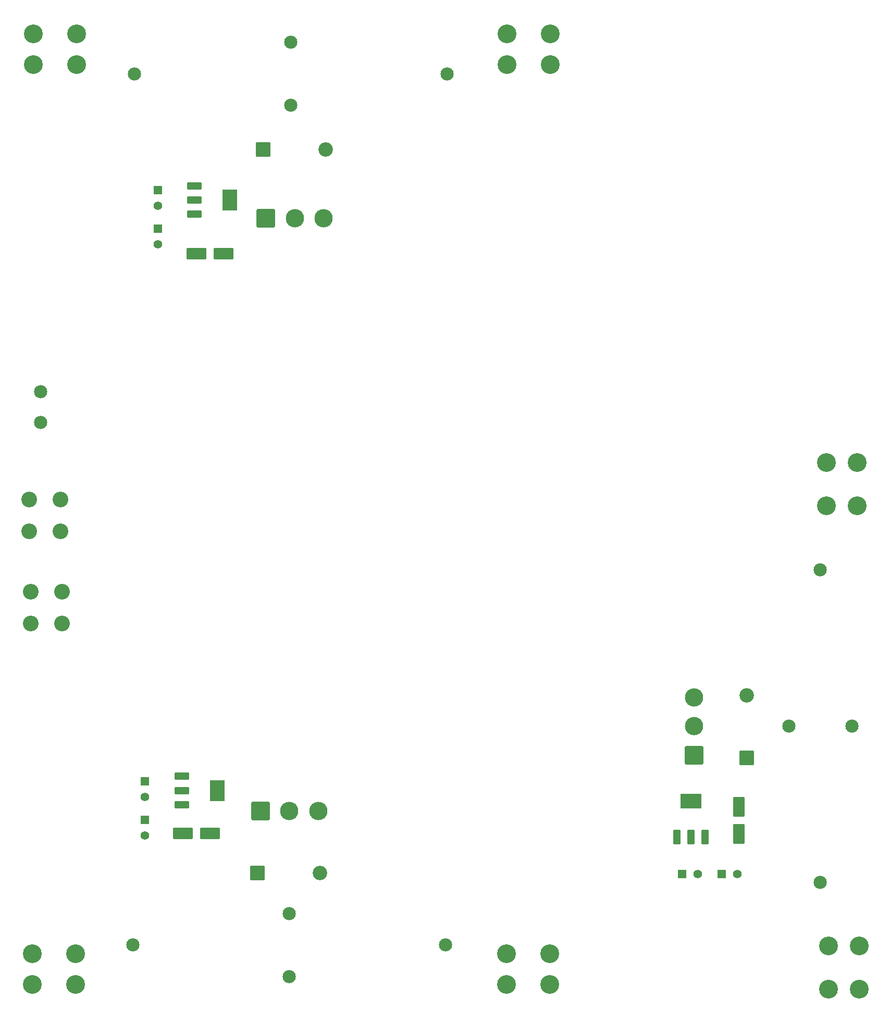
<source format=gbr>
G04 #@! TF.GenerationSoftware,KiCad,Pcbnew,9.0.5*
G04 #@! TF.CreationDate,2025-10-26T17:23:22-04:00*
G04 #@! TF.ProjectId,ReedRelay_Drive,52656564-5265-46c6-9179-5f4472697665,rev?*
G04 #@! TF.SameCoordinates,Original*
G04 #@! TF.FileFunction,Soldermask,Top*
G04 #@! TF.FilePolarity,Negative*
%FSLAX46Y46*%
G04 Gerber Fmt 4.6, Leading zero omitted, Abs format (unit mm)*
G04 Created by KiCad (PCBNEW 9.0.5) date 2025-10-26 17:23:22*
%MOMM*%
%LPD*%
G01*
G04 APERTURE LIST*
G04 Aperture macros list*
%AMRoundRect*
0 Rectangle with rounded corners*
0 $1 Rounding radius*
0 $2 $3 $4 $5 $6 $7 $8 $9 X,Y pos of 4 corners*
0 Add a 4 corners polygon primitive as box body*
4,1,4,$2,$3,$4,$5,$6,$7,$8,$9,$2,$3,0*
0 Add four circle primitives for the rounded corners*
1,1,$1+$1,$2,$3*
1,1,$1+$1,$4,$5*
1,1,$1+$1,$6,$7*
1,1,$1+$1,$8,$9*
0 Add four rect primitives between the rounded corners*
20,1,$1+$1,$2,$3,$4,$5,0*
20,1,$1+$1,$4,$5,$6,$7,0*
20,1,$1+$1,$6,$7,$8,$9,0*
20,1,$1+$1,$8,$9,$2,$3,0*%
G04 Aperture macros list end*
%ADD10RoundRect,0.102000X-1.500000X-0.800000X1.500000X-0.800000X1.500000X0.800000X-1.500000X0.800000X0*%
%ADD11C,2.550000*%
%ADD12C,3.054000*%
%ADD13C,2.150000*%
%ADD14RoundRect,0.102000X-1.387500X-1.387500X1.387500X-1.387500X1.387500X1.387500X-1.387500X1.387500X0*%
%ADD15C,2.979000*%
%ADD16C,1.410000*%
%ADD17RoundRect,0.070000X-0.635000X0.635000X-0.635000X-0.635000X0.635000X-0.635000X0.635000X0.635000X0*%
%ADD18RoundRect,0.070000X1.100000X-1.100000X1.100000X1.100000X-1.100000X1.100000X-1.100000X-1.100000X0*%
%ADD19O,2.340000X2.340000*%
%ADD20RoundRect,0.070000X-1.100000X-1.100000X1.100000X-1.100000X1.100000X1.100000X-1.100000X1.100000X0*%
%ADD21RoundRect,0.102000X1.387500X-1.387500X1.387500X1.387500X-1.387500X1.387500X-1.387500X-1.387500X0*%
%ADD22RoundRect,0.102000X-1.075000X-1.625000X1.075000X-1.625000X1.075000X1.625000X-1.075000X1.625000X0*%
%ADD23RoundRect,0.102000X-1.075000X-0.475000X1.075000X-0.475000X1.075000X0.475000X-1.075000X0.475000X0*%
%ADD24RoundRect,0.102000X0.800000X-1.500000X0.800000X1.500000X-0.800000X1.500000X-0.800000X-1.500000X0*%
%ADD25C,2.154000*%
%ADD26RoundRect,0.102000X1.625000X-1.075000X1.625000X1.075000X-1.625000X1.075000X-1.625000X-1.075000X0*%
%ADD27RoundRect,0.102000X0.475000X-1.075000X0.475000X1.075000X-0.475000X1.075000X-0.475000X-1.075000X0*%
%ADD28RoundRect,0.070000X-0.635000X-0.635000X0.635000X-0.635000X0.635000X0.635000X-0.635000X0.635000X0*%
G04 APERTURE END LIST*
D10*
X58137000Y-61711200D03*
X53737000Y-61711200D03*
D11*
X26499800Y-101727400D03*
X31599800Y-101727400D03*
X26499800Y-106827400D03*
X31599800Y-106827400D03*
D12*
X27190000Y-31000000D03*
X27190000Y-26000000D03*
X34200000Y-26000000D03*
X34200000Y-31000000D03*
X104190000Y-31000000D03*
X104190000Y-26000000D03*
X111200000Y-26000000D03*
X111200000Y-31000000D03*
D13*
X69045000Y-37600000D03*
X69045000Y-27400000D03*
X94445000Y-32500000D03*
X43645000Y-32500000D03*
D11*
X31849800Y-121827400D03*
X26749800Y-121827400D03*
X31849800Y-116727400D03*
X26749800Y-116727400D03*
D13*
X155075000Y-163955000D03*
X155075000Y-113155000D03*
X149975000Y-138555000D03*
X160175000Y-138555000D03*
D14*
X64995000Y-56000000D03*
D15*
X69695000Y-56000000D03*
X74395000Y-56000000D03*
D16*
X45310000Y-150080000D03*
D17*
X45310000Y-147540000D03*
D10*
X51510000Y-155990000D03*
X55910000Y-155990000D03*
D17*
X47445000Y-51440000D03*
D16*
X47445000Y-53980000D03*
X45310000Y-156330000D03*
D17*
X45310000Y-153790000D03*
D18*
X143100000Y-143660000D03*
D19*
X143100000Y-133500000D03*
D14*
X64110000Y-152290000D03*
D15*
X68810000Y-152290000D03*
X73510000Y-152290000D03*
D12*
X111065000Y-180540000D03*
X111065000Y-175540000D03*
X104055000Y-175540000D03*
X104055000Y-180540000D03*
D20*
X64565000Y-44825000D03*
D19*
X74725000Y-44825000D03*
D21*
X134575000Y-143255000D03*
D15*
X134575000Y-138555000D03*
X134575000Y-133855000D03*
D22*
X59145000Y-53000000D03*
D23*
X53345000Y-55300000D03*
X53345000Y-53000000D03*
X53345000Y-50700000D03*
X51310000Y-146690000D03*
X51310000Y-148990000D03*
X51310000Y-151290000D03*
D22*
X57110000Y-148990000D03*
D13*
X43335000Y-174115000D03*
X94135000Y-174115000D03*
X68735000Y-169015000D03*
X68735000Y-179215000D03*
D24*
X141845000Y-151655000D03*
X141845000Y-156055000D03*
D12*
X34065000Y-180540000D03*
X34065000Y-175540000D03*
X27055000Y-175540000D03*
X27055000Y-180540000D03*
D25*
X28399800Y-84177400D03*
X28399800Y-89177400D03*
D12*
X156400000Y-181305000D03*
X161400000Y-181305000D03*
X161400000Y-174295000D03*
X156400000Y-174295000D03*
D26*
X134025000Y-150755000D03*
D27*
X136325000Y-156555000D03*
X134025000Y-156555000D03*
X131725000Y-156555000D03*
D12*
X156100000Y-95680000D03*
X161100000Y-95680000D03*
X161100000Y-102690000D03*
X156100000Y-102690000D03*
D16*
X135115000Y-162555000D03*
D28*
X132575000Y-162555000D03*
D17*
X47445000Y-57710000D03*
D16*
X47445000Y-60250000D03*
D28*
X139055000Y-162555000D03*
D16*
X141595000Y-162555000D03*
D20*
X63605000Y-162415000D03*
D19*
X73765000Y-162415000D03*
M02*

</source>
